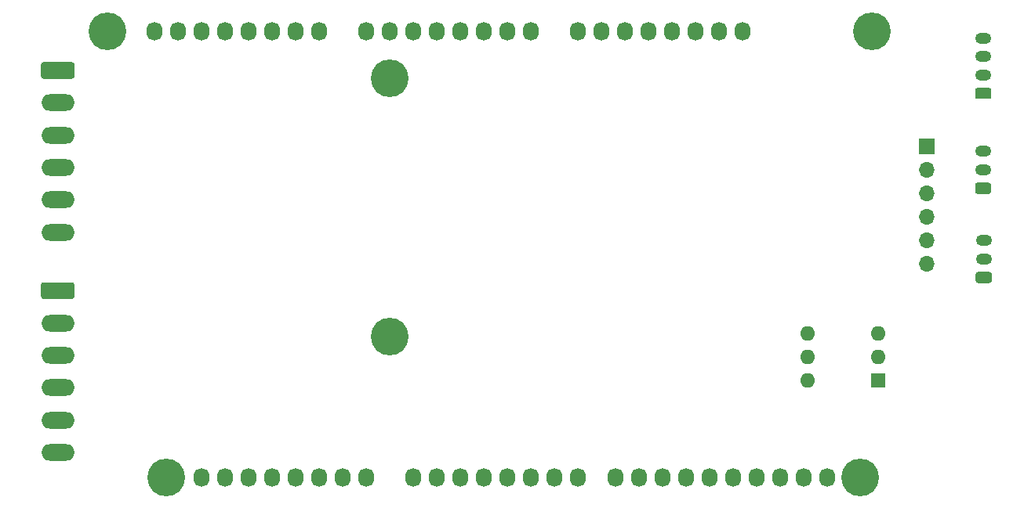
<source format=gbr>
G04 #@! TF.GenerationSoftware,KiCad,Pcbnew,(5.1.9)-1*
G04 #@! TF.CreationDate,2021-03-29T18:58:07+02:00*
G04 #@! TF.ProjectId,Interface_board_1,496e7465-7266-4616-9365-5f626f617264,4.h.0.01*
G04 #@! TF.SameCoordinates,Original*
G04 #@! TF.FileFunction,Soldermask,Bot*
G04 #@! TF.FilePolarity,Negative*
%FSLAX46Y46*%
G04 Gerber Fmt 4.6, Leading zero omitted, Abs format (unit mm)*
G04 Created by KiCad (PCBNEW (5.1.9)-1) date 2021-03-29 18:58:07*
%MOMM*%
%LPD*%
G01*
G04 APERTURE LIST*
%ADD10O,3.600000X1.800000*%
%ADD11O,1.700000X1.700000*%
%ADD12R,1.700000X1.700000*%
%ADD13O,1.600000X1.600000*%
%ADD14R,1.600000X1.600000*%
%ADD15O,1.750000X1.200000*%
%ADD16O,1.727200X2.032000*%
%ADD17C,4.064000*%
G04 APERTURE END LIST*
D10*
X102649020Y-127619160D03*
X102649020Y-124119160D03*
X102649020Y-120619160D03*
X102649020Y-117119160D03*
X102649020Y-113619160D03*
G36*
G01*
X101099020Y-109219160D02*
X104199020Y-109219160D01*
G75*
G02*
X104449020Y-109469160I0J-250000D01*
G01*
X104449020Y-110769160D01*
G75*
G02*
X104199020Y-111019160I-250000J0D01*
G01*
X101099020Y-111019160D01*
G75*
G02*
X100849020Y-110769160I0J250000D01*
G01*
X100849020Y-109469160D01*
G75*
G02*
X101099020Y-109219160I250000J0D01*
G01*
G37*
X102656640Y-103801580D03*
X102656640Y-100301580D03*
X102656640Y-96801580D03*
X102656640Y-93301580D03*
X102656640Y-89801580D03*
G36*
G01*
X101106640Y-85401580D02*
X104206640Y-85401580D01*
G75*
G02*
X104456640Y-85651580I0J-250000D01*
G01*
X104456640Y-86951580D01*
G75*
G02*
X104206640Y-87201580I-250000J0D01*
G01*
X101106640Y-87201580D01*
G75*
G02*
X100856640Y-86951580I0J250000D01*
G01*
X100856640Y-85651580D01*
G75*
G02*
X101106640Y-85401580I250000J0D01*
G01*
G37*
D11*
X196471540Y-107251500D03*
X196471540Y-104711500D03*
X196471540Y-102171500D03*
X196471540Y-99631500D03*
X196471540Y-97091500D03*
D12*
X196471540Y-94551500D03*
D13*
X183583580Y-119837200D03*
X191203580Y-114757200D03*
X183583580Y-117297200D03*
X191203580Y-117297200D03*
X183583580Y-114757200D03*
D14*
X191203580Y-119837200D03*
D15*
X202646280Y-104691680D03*
X202646280Y-106691680D03*
G36*
G01*
X203271281Y-109291680D02*
X202021279Y-109291680D01*
G75*
G02*
X201771280Y-109041681I0J249999D01*
G01*
X201771280Y-108341679D01*
G75*
G02*
X202021279Y-108091680I249999J0D01*
G01*
X203271281Y-108091680D01*
G75*
G02*
X203521280Y-108341679I0J-249999D01*
G01*
X203521280Y-109041681D01*
G75*
G02*
X203271281Y-109291680I-249999J0D01*
G01*
G37*
X202577700Y-95049840D03*
X202577700Y-97049840D03*
G36*
G01*
X203202701Y-99649840D02*
X201952699Y-99649840D01*
G75*
G02*
X201702700Y-99399841I0J249999D01*
G01*
X201702700Y-98699839D01*
G75*
G02*
X201952699Y-98449840I249999J0D01*
G01*
X203202701Y-98449840D01*
G75*
G02*
X203452700Y-98699839I0J-249999D01*
G01*
X203452700Y-99399841D01*
G75*
G02*
X203202701Y-99649840I-249999J0D01*
G01*
G37*
X202587860Y-82793320D03*
X202587860Y-84793320D03*
X202587860Y-86793320D03*
G36*
G01*
X203212861Y-89393320D02*
X201962859Y-89393320D01*
G75*
G02*
X201712860Y-89143321I0J249999D01*
G01*
X201712860Y-88443319D01*
G75*
G02*
X201962859Y-88193320I249999J0D01*
G01*
X203212861Y-88193320D01*
G75*
G02*
X203462860Y-88443319I0J-249999D01*
G01*
X203462860Y-89143321D01*
G75*
G02*
X203212861Y-89393320I-249999J0D01*
G01*
G37*
D16*
X176598580Y-82031840D03*
X174058580Y-82031840D03*
X171518580Y-82031840D03*
X168978580Y-82031840D03*
X166438580Y-82031840D03*
X163898580Y-82031840D03*
X161358580Y-82031840D03*
X158818580Y-82031840D03*
X153738580Y-82031840D03*
X151198580Y-82031840D03*
X148658580Y-82031840D03*
X146118580Y-82031840D03*
X143578580Y-82031840D03*
X141038580Y-82031840D03*
X138498580Y-82031840D03*
X135958580Y-82031840D03*
X130878580Y-82031840D03*
X128338580Y-82031840D03*
X125798580Y-82031840D03*
X123258580Y-82031840D03*
X120718580Y-82031840D03*
X118178580Y-82031840D03*
X115638580Y-82031840D03*
X113098580Y-82031840D03*
X185742580Y-130291840D03*
X183202580Y-130291840D03*
X180662580Y-130291840D03*
X178122580Y-130291840D03*
X175582580Y-130291840D03*
X173042580Y-130291840D03*
X170502580Y-130291840D03*
X167962580Y-130291840D03*
X165422580Y-130291840D03*
X162882580Y-130291840D03*
X158818580Y-130291840D03*
X156278580Y-130291840D03*
X153738580Y-130291840D03*
X151198580Y-130291840D03*
X148658580Y-130291840D03*
X146118580Y-130291840D03*
X143578580Y-130291840D03*
X141038580Y-130291840D03*
X135958580Y-130291840D03*
X133418580Y-130291840D03*
X130878580Y-130291840D03*
X128338580Y-130291840D03*
X125798580Y-130291840D03*
X123258580Y-130291840D03*
X120718580Y-130291840D03*
X118178580Y-130291840D03*
D17*
X190568580Y-82031840D03*
X138498580Y-87111840D03*
X108018580Y-82031840D03*
X189298580Y-130291840D03*
X138498580Y-115051840D03*
X114368580Y-130291840D03*
M02*

</source>
